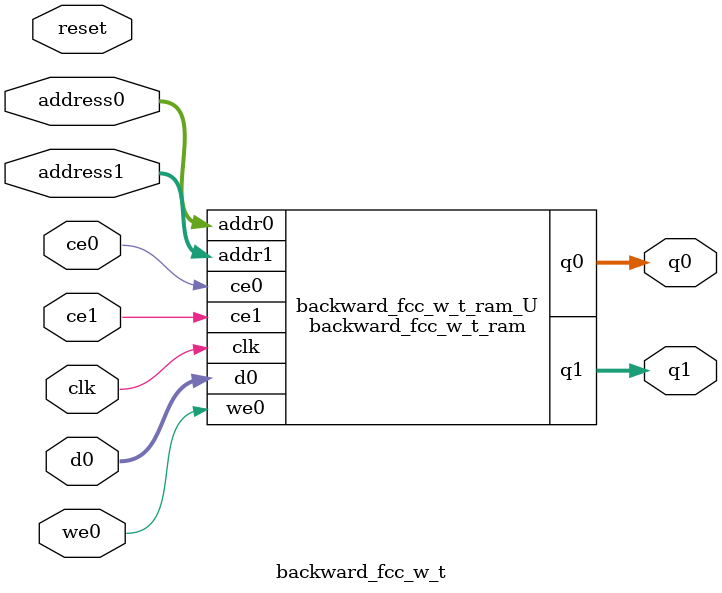
<source format=v>
`timescale 1 ns / 1 ps
module backward_fcc_w_t_ram (addr0, ce0, d0, we0, q0, addr1, ce1, q1,  clk);

parameter DWIDTH = 32;
parameter AWIDTH = 14;
parameter MEM_SIZE = 10000;

input[AWIDTH-1:0] addr0;
input ce0;
input[DWIDTH-1:0] d0;
input we0;
output reg[DWIDTH-1:0] q0;
input[AWIDTH-1:0] addr1;
input ce1;
output reg[DWIDTH-1:0] q1;
input clk;

reg [DWIDTH-1:0] ram0[0:MEM_SIZE-1];



always @(posedge clk)  
begin 
    if (ce0) begin
        if (we0) 
            ram0[addr0] <= d0; 
        q0 <= ram0[addr0];
    end
end


always @(posedge clk)  
begin 
    if (ce1) begin
        q1 <= ram0[addr1];
    end
end


endmodule

`timescale 1 ns / 1 ps
module backward_fcc_w_t(
    reset,
    clk,
    address0,
    ce0,
    we0,
    d0,
    q0,
    address1,
    ce1,
    q1);

parameter DataWidth = 32'd32;
parameter AddressRange = 32'd10000;
parameter AddressWidth = 32'd14;
input reset;
input clk;
input[AddressWidth - 1:0] address0;
input ce0;
input we0;
input[DataWidth - 1:0] d0;
output[DataWidth - 1:0] q0;
input[AddressWidth - 1:0] address1;
input ce1;
output[DataWidth - 1:0] q1;



backward_fcc_w_t_ram backward_fcc_w_t_ram_U(
    .clk( clk ),
    .addr0( address0 ),
    .ce0( ce0 ),
    .we0( we0 ),
    .d0( d0 ),
    .q0( q0 ),
    .addr1( address1 ),
    .ce1( ce1 ),
    .q1( q1 ));

endmodule


</source>
